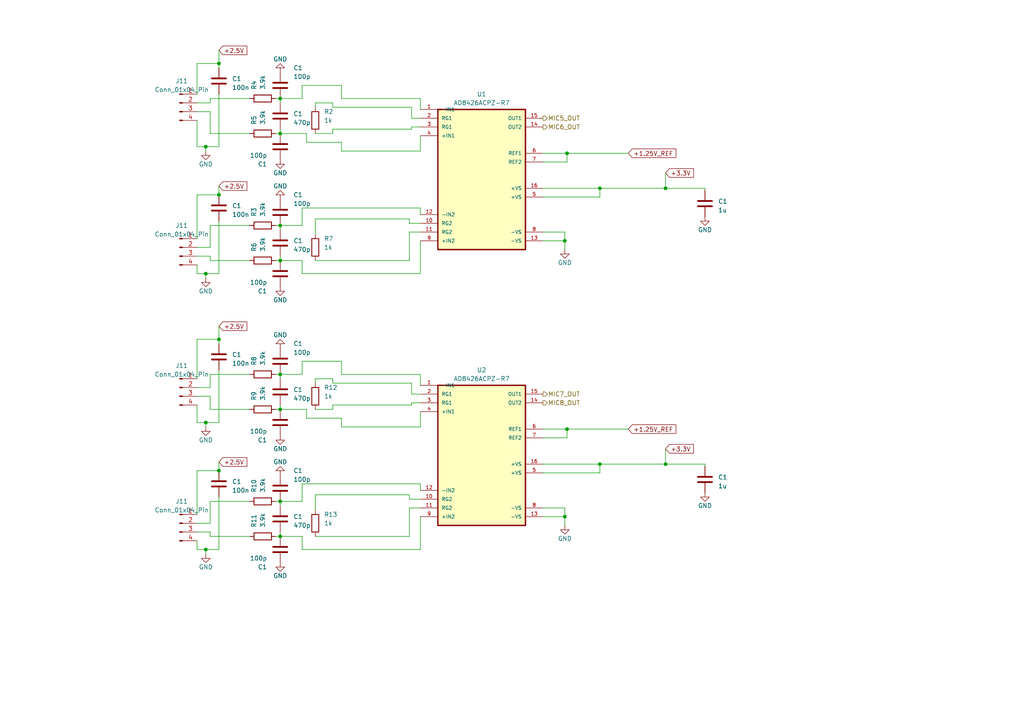
<source format=kicad_sch>
(kicad_sch (version 20230121) (generator eeschema)
  (paper "A4")
  (lib_symbols
    (symbol "AD8222ACPZ-RL:AD8222ACPZ-RL" (pin_names (offset 1.016))
      (property "Reference" "U6" (at 0 24.765 0))
      (property "Value" "AD8222ACPZ-RL" (at 0 22.225 0))
      (symbol "AD8222ACPZ-RL_0_0"
        (rectangle (start -12.7 20.32) (end 12.7 -20.32) (stroke (width 0.41)) (fill (type background)))
        (pin input line (at -17.78 20.32 0) (length 5.08) (name "-IN1") (number "1"))
        (pin bidirectional line (at -17.78 -12.7 0) (length 5.08) (name "RG2") (number "10"))
        (pin bidirectional line (at -17.78 -15.24 0) (length 5.08) (name "RG2") (number "11"))
        (pin input line (at -17.78 -10.16 0) (length 5.08) (name "-IN2") (number "12"))
        (pin bidirectional line (at 17.78 -17.78 180) (length 5.08) (name "-VS") (number "13"))
        (pin output line (at 17.78 15.24 180) (length 5.08) (name "OUT2") (number "14"))
        (pin output line (at 17.78 17.78 180) (length 5.08) (name "OUT1") (number "15"))
        (pin bidirectional line (at 17.78 -2.54 180) (length 5.08) (name "+VS") (number "16"))
        (pin bidirectional line (at -17.78 17.78 0) (length 5.08) (name "RG1") (number "2"))
        (pin bidirectional line (at -17.78 15.24 0) (length 5.08) (name "RG1") (number "3"))
        (pin input line (at -17.78 12.7 0) (length 5.08) (name "+IN1") (number "4"))
        (pin bidirectional line (at 17.78 -5.08 180) (length 5.08) (name "+VS") (number "5"))
        (pin input line (at 17.78 7.62 180) (length 5.08) (name "REF1") (number "6"))
        (pin input line (at 17.78 5.08 180) (length 5.08) (name "REF2") (number "7"))
        (pin bidirectional line (at 17.78 -15.24 180) (length 5.08) (name "-VS") (number "8"))
        (pin input line (at -17.78 -17.78 0) (length 5.08) (name "+IN2") (number "9"))
      )
    )
    (symbol "AD8222ACPZ-RL_1" (pin_names (offset 1.016))
      (property "Reference" "U5" (at 0 24.765 0))
      (property "Value" "AD8222ACPZ-RL" (at 0 22.225 0))
      (symbol "AD8222ACPZ-RL_1_0_0"
        (rectangle (start -12.7 20.32) (end 12.7 -20.32) (stroke (width 0.41)) (fill (type background)))
        (pin input line (at -17.78 20.32 0) (length 5.08) (name "-IN1") (number "1"))
        (pin bidirectional line (at -17.78 -12.7 0) (length 5.08) (name "RG2") (number "10"))
        (pin bidirectional line (at -17.78 -15.24 0) (length 5.08) (name "RG2") (number "11"))
        (pin input line (at -17.78 -10.16 0) (length 5.08) (name "-IN2") (number "12"))
        (pin bidirectional line (at 17.78 -17.78 180) (length 5.08) (name "-VS") (number "13"))
        (pin output line (at 17.78 15.24 180) (length 5.08) (name "OUT2") (number "14"))
        (pin output line (at 17.78 17.78 180) (length 5.08) (name "OUT1") (number "15"))
        (pin bidirectional line (at 17.78 -2.54 180) (length 5.08) (name "+VS") (number "16"))
        (pin bidirectional line (at -17.78 17.78 0) (length 5.08) (name "RG1") (number "2"))
        (pin bidirectional line (at -17.78 15.24 0) (length 5.08) (name "RG1") (number "3"))
        (pin input line (at -17.78 12.7 0) (length 5.08) (name "+IN1") (number "4"))
        (pin bidirectional line (at 17.78 -5.08 180) (length 5.08) (name "+VS") (number "5"))
        (pin input line (at 17.78 7.62 180) (length 5.08) (name "REF1") (number "6"))
        (pin input line (at 17.78 5.08 180) (length 5.08) (name "REF2") (number "7"))
        (pin bidirectional line (at 17.78 -15.24 180) (length 5.08) (name "-VS") (number "8"))
        (pin input line (at -17.78 -17.78 0) (length 5.08) (name "+IN2") (number "9"))
      )
    )
    (symbol "Connector:Conn_01x04_Pin" (pin_names (offset 1.016) hide)
      (property "Reference" "J" (at 0 5.08 0))
      (property "Value" "Conn_01x04_Pin" (at 0 -7.62 0))
      (symbol "Conn_01x04_Pin_1_1"
        (polyline (pts (xy 1.27 -5.08) (xy 0.8636 -5.08)) (stroke (width 0.1524)))
        (polyline (pts (xy 1.27 -2.54) (xy 0.8636 -2.54)) (stroke (width 0.1524)))
        (polyline (pts (xy 1.27 0) (xy 0.8636 0)) (stroke (width 0.1524)))
        (polyline (pts (xy 1.27 2.54) (xy 0.8636 2.54)) (stroke (width 0.1524)))
        (rectangle (start 0.8636 -4.953) (end 0 -5.207) (stroke (width 0.1524)) (fill (type outline)))
        (rectangle (start 0.8636 -2.413) (end 0 -2.667) (stroke (width 0.1524)) (fill (type outline)))
        (rectangle (start 0.8636 0.127) (end 0 -0.127) (stroke (width 0.1524)) (fill (type outline)))
        (rectangle (start 0.8636 2.667) (end 0 2.413) (stroke (width 0.1524)) (fill (type outline)))
        (pin passive line (at 5.08 2.54 180) (length 3.81) (name "Pin_1") (number "1"))
        (pin passive line (at 5.08 0 180) (length 3.81) (name "Pin_2") (number "2"))
        (pin passive line (at 5.08 -2.54 180) (length 3.81) (name "Pin_3") (number "3"))
        (pin passive line (at 5.08 -5.08 180) (length 3.81) (name "Pin_4") (number "4"))
      )
    )
    (symbol "Device:C" (pin_numbers hide) (pin_names (offset 0.254))
      (property "Reference" "C" (at 0.635 2.54 0))
      (property "Value" "C" (at 0.635 -2.54 0))
      (symbol "C_0_1"
        (polyline (pts (xy -2.032 -0.762) (xy 2.032 -0.762)) (stroke (width 0.508)))
        (polyline (pts (xy -2.032 0.762) (xy 2.032 0.762)) (stroke (width 0.508)))
      )
      (symbol "C_1_1"
        (pin passive line (at 0 3.81 270) (length 2.794) (name "~") (number "1"))
        (pin passive line (at 0 -3.81 90) (length 2.794) (name "~") (number "2"))
      )
    )
    (symbol "Device:R" (pin_numbers hide) (pin_names (offset 0))
      (property "Reference" "R" (at 2.032 0 90))
      (property "Value" "R" (at 0 0 90))
      (symbol "R_0_1"
        (rectangle (start -1.016 -2.54) (end 1.016 2.54) (stroke (width 0.254)))
      )
      (symbol "R_1_1"
        (pin passive line (at 0 3.81 270) (length 1.27) (name "~") (number "1"))
        (pin passive line (at 0 -3.81 90) (length 1.27) (name "~") (number "2"))
      )
    )
    (symbol "power:GND" (power) (pin_names (offset 0))
      (property "Value" "GND" (at 0 -3.81 0))
      (symbol "GND_0_1"
        (polyline (pts (xy 0 0) (xy 0 -1.27) (xy 1.27 -1.27) (xy 0 -2.54) (xy -1.27 -1.27) (xy 0 -1.27)))
      )
      (symbol "GND_1_1"
        (pin power_in line (at 0 0 270) (length 0) hide (name "GND") (number "1"))
      )
    )
  )
  (junction (at 164.465 124.46))
  (junction (at 173.99 54.61))
  (junction (at 59.69 42.545))
  (junction (at 63.5 18.415))
  (junction (at 63.5 56.515))
  (junction (at 173.99 134.62))
  (junction (at 59.69 122.555))
  (junction (at 63.5 98.425))
  (junction (at 81.28 108.585))
  (junction (at 81.28 75.565))
  (junction (at 163.83 69.85))
  (junction (at 193.04 134.62))
  (junction (at 81.28 65.405))
  (junction (at 81.28 28.575))
  (junction (at 81.28 118.745))
  (junction (at 81.28 145.415))
  (junction (at 193.04 54.61))
  (junction (at 59.69 159.385))
  (junction (at 81.28 38.735))
  (junction (at 59.69 79.375))
  (junction (at 63.5 136.525))
  (junction (at 164.465 44.45))
  (junction (at 163.83 149.86))
  (junction (at 81.28 155.575))
  (wire (pts (xy 91.44 109.855) (xy 91.44 111.125)))
  (wire (pts (xy 118.745 144.78) (xy 121.92 144.78)))
  (wire (pts (xy 81.28 65.405) (xy 81.28 66.675)))
  (wire (pts (xy 118.745 64.77) (xy 121.92 64.77)))
  (wire (pts (xy 63.5 122.555) (xy 59.69 122.555)))
  (wire (pts (xy 60.96 155.575) (xy 60.96 154.305)))
  (wire (pts (xy 80.01 65.405) (xy 81.28 65.405)))
  (wire (pts (xy 72.39 108.585) (xy 60.96 108.585)))
  (wire (pts (xy 157.48 44.45) (xy 164.465 44.45)))
  (wire (pts (xy 121.92 159.385) (xy 121.92 149.86)))
  (wire (pts (xy 119.38 114.3) (xy 121.92 114.3)))
  (wire (pts (xy 60.96 28.575) (xy 60.96 29.845)))
  (wire (pts (xy 157.48 149.86) (xy 163.83 149.86)))
  (wire (pts (xy 81.28 28.575) (xy 81.28 29.845)))
  (wire (pts (xy 157.48 137.16) (xy 173.99 137.16)))
  (wire (pts (xy 57.15 136.525) (xy 63.5 136.525)))
  (wire (pts (xy 88.9 118.745) (xy 81.28 118.745)))
  (wire (pts (xy 87.63 79.375) (xy 121.92 79.375)))
  (wire (pts (xy 57.15 114.935) (xy 60.96 114.935)))
  (wire (pts (xy 173.99 137.16) (xy 173.99 134.62)))
  (wire (pts (xy 59.69 42.545) (xy 59.69 43.815)))
  (wire (pts (xy 163.83 149.86) (xy 163.83 152.4)))
  (wire (pts (xy 63.5 27.305) (xy 63.5 42.545)))
  (wire (pts (xy 81.28 65.405) (xy 87.63 65.405)))
  (wire (pts (xy 96.52 37.465) (xy 119.38 37.465)))
  (wire (pts (xy 63.5 19.685) (xy 63.5 18.415)))
  (wire (pts (xy 91.44 155.575) (xy 118.745 155.575)))
  (wire (pts (xy 81.28 75.565) (xy 80.01 75.565)))
  (wire (pts (xy 57.15 98.425) (xy 63.5 98.425)))
  (wire (pts (xy 87.63 140.335) (xy 87.63 145.415)))
  (wire (pts (xy 157.48 147.32) (xy 163.83 147.32)))
  (wire (pts (xy 91.44 63.5) (xy 118.745 63.5)))
  (wire (pts (xy 96.52 29.845) (xy 91.44 29.845)))
  (wire (pts (xy 99.06 121.285) (xy 99.06 123.825)))
  (wire (pts (xy 157.48 134.62) (xy 173.99 134.62)))
  (wire (pts (xy 63.5 159.385) (xy 59.69 159.385)))
  (wire (pts (xy 88.9 121.285) (xy 99.06 121.285)))
  (wire (pts (xy 57.15 27.305) (xy 57.15 18.415)))
  (wire (pts (xy 57.15 156.845) (xy 57.15 159.385)))
  (wire (pts (xy 118.745 147.32) (xy 121.92 147.32)))
  (wire (pts (xy 87.63 104.775) (xy 87.63 108.585)))
  (wire (pts (xy 81.28 75.565) (xy 87.63 75.565)))
  (wire (pts (xy 87.63 24.765) (xy 87.63 28.575)))
  (wire (pts (xy 57.15 159.385) (xy 59.69 159.385)))
  (wire (pts (xy 57.15 79.375) (xy 59.69 79.375)))
  (wire (pts (xy 121.92 28.575) (xy 121.92 31.75)))
  (wire (pts (xy 157.48 127) (xy 164.465 127)))
  (wire (pts (xy 96.52 109.855) (xy 91.44 109.855)))
  (wire (pts (xy 57.15 112.395) (xy 60.96 112.395)))
  (wire (pts (xy 157.48 124.46) (xy 164.465 124.46)))
  (wire (pts (xy 119.38 111.125) (xy 119.38 114.3)))
  (wire (pts (xy 99.06 104.775) (xy 87.63 104.775)))
  (wire (pts (xy 96.52 117.475) (xy 96.52 118.745)))
  (wire (pts (xy 81.28 154.305) (xy 81.28 155.575)))
  (wire (pts (xy 81.28 155.575) (xy 87.63 155.575)))
  (wire (pts (xy 99.06 24.765) (xy 87.63 24.765)))
  (wire (pts (xy 96.52 111.125) (xy 119.38 111.125)))
  (wire (pts (xy 81.28 37.465) (xy 81.28 38.735)))
  (wire (pts (xy 57.15 18.415) (xy 63.5 18.415)))
  (wire (pts (xy 57.15 76.835) (xy 57.15 79.375)))
  (wire (pts (xy 163.83 67.31) (xy 163.83 69.85)))
  (wire (pts (xy 87.63 79.375) (xy 87.63 75.565)))
  (wire (pts (xy 157.48 67.31) (xy 163.83 67.31)))
  (wire (pts (xy 88.9 38.735) (xy 81.28 38.735)))
  (wire (pts (xy 87.63 140.335) (xy 121.92 140.335)))
  (wire (pts (xy 72.39 38.735) (xy 60.96 38.735)))
  (wire (pts (xy 63.5 107.315) (xy 63.5 122.555)))
  (wire (pts (xy 91.44 75.565) (xy 118.745 75.565)))
  (wire (pts (xy 57.15 154.305) (xy 60.96 154.305)))
  (wire (pts (xy 87.63 108.585) (xy 81.28 108.585)))
  (wire (pts (xy 99.06 108.585) (xy 99.06 104.775)))
  (wire (pts (xy 119.38 116.84) (xy 121.92 116.84)))
  (wire (pts (xy 57.15 29.845) (xy 60.96 29.845)))
  (wire (pts (xy 99.06 108.585) (xy 121.92 108.585)))
  (wire (pts (xy 96.52 117.475) (xy 119.38 117.475)))
  (wire (pts (xy 88.9 41.275) (xy 99.06 41.275)))
  (wire (pts (xy 63.5 53.975) (xy 63.5 56.515)))
  (wire (pts (xy 63.5 144.145) (xy 63.5 159.385)))
  (wire (pts (xy 91.44 63.5) (xy 91.44 67.945)))
  (wire (pts (xy 157.48 54.61) (xy 173.99 54.61)))
  (wire (pts (xy 121.92 123.825) (xy 121.92 119.38)))
  (wire (pts (xy 87.63 60.325) (xy 121.92 60.325)))
  (wire (pts (xy 72.39 155.575) (xy 60.96 155.575)))
  (wire (pts (xy 63.5 64.135) (xy 63.5 79.375)))
  (wire (pts (xy 60.96 75.565) (xy 60.96 74.295)))
  (wire (pts (xy 87.63 159.385) (xy 87.63 155.575)))
  (wire (pts (xy 163.83 69.85) (xy 163.83 72.39)))
  (wire (pts (xy 81.28 118.745) (xy 80.01 118.745)))
  (wire (pts (xy 81.28 155.575) (xy 80.01 155.575)))
  (wire (pts (xy 118.745 155.575) (xy 118.745 147.32)))
  (wire (pts (xy 57.15 56.515) (xy 57.15 69.215)))
  (wire (pts (xy 99.06 123.825) (xy 121.92 123.825)))
  (wire (pts (xy 91.44 29.845) (xy 91.44 31.115)))
  (wire (pts (xy 118.745 63.5) (xy 118.745 64.77)))
  (wire (pts (xy 96.52 31.115) (xy 119.38 31.115)))
  (wire (pts (xy 88.9 41.275) (xy 88.9 38.735)))
  (wire (pts (xy 87.63 28.575) (xy 81.28 28.575)))
  (wire (pts (xy 81.28 74.295) (xy 81.28 75.565)))
  (wire (pts (xy 173.99 54.61) (xy 193.04 54.61)))
  (wire (pts (xy 57.15 151.765) (xy 60.96 151.765)))
  (wire (pts (xy 63.5 14.605) (xy 63.5 18.415)))
  (wire (pts (xy 59.69 122.555) (xy 59.69 123.825)))
  (wire (pts (xy 91.44 143.51) (xy 91.44 147.955)))
  (wire (pts (xy 164.465 44.45) (xy 164.465 46.99)))
  (wire (pts (xy 60.96 118.745) (xy 60.96 114.935)))
  (wire (pts (xy 193.04 130.175) (xy 193.04 134.62)))
  (wire (pts (xy 173.99 54.61) (xy 173.99 57.15)))
  (wire (pts (xy 157.48 46.99) (xy 164.465 46.99)))
  (wire (pts (xy 63.5 94.615) (xy 63.5 98.425)))
  (wire (pts (xy 96.52 111.125) (xy 96.52 109.855)))
  (wire (pts (xy 59.69 159.385) (xy 59.69 160.655)))
  (wire (pts (xy 91.44 143.51) (xy 118.745 143.51)))
  (wire (pts (xy 88.9 121.285) (xy 88.9 118.745)))
  (wire (pts (xy 121.92 140.335) (xy 121.92 142.24)))
  (wire (pts (xy 121.92 60.325) (xy 121.92 62.23)))
  (wire (pts (xy 57.15 98.425) (xy 57.15 109.855)))
  (wire (pts (xy 96.52 118.745) (xy 91.44 118.745)))
  (wire (pts (xy 193.04 134.62) (xy 204.47 134.62)))
  (wire (pts (xy 63.5 99.695) (xy 63.5 98.425)))
  (wire (pts (xy 80.01 108.585) (xy 81.28 108.585)))
  (wire (pts (xy 118.745 75.565) (xy 118.745 67.31)))
  (wire (pts (xy 60.96 38.735) (xy 60.96 32.385)))
  (wire (pts (xy 157.48 69.85) (xy 163.83 69.85)))
  (wire (pts (xy 72.39 145.415) (xy 60.96 145.415)))
  (wire (pts (xy 99.06 28.575) (xy 99.06 24.765)))
  (wire (pts (xy 57.15 122.555) (xy 59.69 122.555)))
  (wire (pts (xy 63.5 42.545) (xy 59.69 42.545)))
  (wire (pts (xy 118.745 67.31) (xy 121.92 67.31)))
  (wire (pts (xy 204.47 134.62) (xy 204.47 135.255)))
  (wire (pts (xy 57.15 117.475) (xy 57.15 122.555)))
  (wire (pts (xy 121.92 43.815) (xy 121.92 39.37)))
  (wire (pts (xy 121.92 108.585) (xy 121.92 111.76)))
  (wire (pts (xy 164.465 44.45) (xy 182.245 44.45)))
  (wire (pts (xy 119.38 34.29) (xy 121.92 34.29)))
  (wire (pts (xy 72.39 65.405) (xy 60.96 65.405)))
  (wire (pts (xy 193.04 50.165) (xy 193.04 54.61)))
  (wire (pts (xy 157.48 57.15) (xy 173.99 57.15)))
  (wire (pts (xy 121.92 79.375) (xy 121.92 69.85)))
  (wire (pts (xy 57.15 71.755) (xy 60.96 71.755)))
  (wire (pts (xy 87.63 60.325) (xy 87.63 65.405)))
  (wire (pts (xy 63.5 79.375) (xy 59.69 79.375)))
  (wire (pts (xy 72.39 118.745) (xy 60.96 118.745)))
  (wire (pts (xy 81.28 145.415) (xy 81.28 146.685)))
  (wire (pts (xy 72.39 28.575) (xy 60.96 28.575)))
  (wire (pts (xy 204.47 54.61) (xy 204.47 55.245)))
  (wire (pts (xy 99.06 43.815) (xy 121.92 43.815)))
  (wire (pts (xy 60.96 145.415) (xy 60.96 151.765)))
  (wire (pts (xy 81.28 117.475) (xy 81.28 118.745)))
  (wire (pts (xy 60.96 108.585) (xy 60.96 112.395)))
  (wire (pts (xy 81.28 38.735) (xy 80.01 38.735)))
  (wire (pts (xy 96.52 37.465) (xy 96.52 38.735)))
  (wire (pts (xy 119.38 31.115) (xy 119.38 34.29)))
  (wire (pts (xy 80.01 28.575) (xy 81.28 28.575)))
  (wire (pts (xy 72.39 75.565) (xy 60.96 75.565)))
  (wire (pts (xy 57.15 74.295) (xy 60.96 74.295)))
  (wire (pts (xy 63.5 133.985) (xy 63.5 136.525)))
  (wire (pts (xy 99.06 41.275) (xy 99.06 43.815)))
  (wire (pts (xy 57.15 56.515) (xy 63.5 56.515)))
  (wire (pts (xy 59.69 79.375) (xy 59.69 80.645)))
  (wire (pts (xy 96.52 31.115) (xy 96.52 29.845)))
  (wire (pts (xy 80.01 145.415) (xy 81.28 145.415)))
  (wire (pts (xy 87.63 159.385) (xy 121.92 159.385)))
  (wire (pts (xy 164.465 124.46) (xy 182.245 124.46)))
  (wire (pts (xy 163.83 147.32) (xy 163.83 149.86)))
  (wire (pts (xy 81.28 108.585) (xy 81.28 109.855)))
  (wire (pts (xy 57.15 42.545) (xy 59.69 42.545)))
  (wire (pts (xy 119.38 37.465) (xy 119.38 36.83)))
  (wire (pts (xy 96.52 38.735) (xy 91.44 38.735)))
  (wire (pts (xy 57.15 34.925) (xy 57.15 42.545)))
  (wire (pts (xy 81.28 145.415) (xy 87.63 145.415)))
  (wire (pts (xy 57.15 32.385) (xy 60.96 32.385)))
  (wire (pts (xy 99.06 28.575) (xy 121.92 28.575)))
  (wire (pts (xy 193.04 54.61) (xy 204.47 54.61)))
  (wire (pts (xy 119.38 36.83) (xy 121.92 36.83)))
  (wire (pts (xy 118.745 143.51) (xy 118.745 144.78)))
  (wire (pts (xy 164.465 124.46) (xy 164.465 127)))
  (wire (pts (xy 57.15 136.525) (xy 57.15 149.225)))
  (wire (pts (xy 60.96 65.405) (xy 60.96 71.755)))
  (wire (pts (xy 173.99 134.62) (xy 193.04 134.62)))
  (wire (pts (xy 119.38 117.475) (xy 119.38 116.84)))
  (global_label "+3.3V" (shape input) (at 193.04 130.175 0) (property "Intersheetrefs" "${INTERSHEET_REFS}" (effects hide)))
  (global_label "+2.5V" (shape input) (at 63.5 94.615 0) (property "Intersheetrefs" "${INTERSHEET_REFS}" (effects hide)))
  (global_label "+2.5V" (shape input) (at 63.5 133.985 0) (property "Intersheetrefs" "${INTERSHEET_REFS}" (effects hide)))
  (global_label "+1.25V_REF" (shape input) (at 182.245 44.45 0) (property "Intersheetrefs" "${INTERSHEET_REFS}" (effects hide)))
  (global_label "+2.5V" (shape input) (at 63.5 14.605 0) (property "Intersheetrefs" "${INTERSHEET_REFS}" (effects hide)))
  (global_label "+1.25V_REF" (shape input) (at 182.245 124.46 0) (property "Intersheetrefs" "${INTERSHEET_REFS}" (effects hide)))
  (global_label "+2.5V" (shape input) (at 63.5 53.975 0) (property "Intersheetrefs" "${INTERSHEET_REFS}" (effects hide)))
  (global_label "+3.3V" (shape input) (at 193.04 50.165 0) (property "Intersheetrefs" "${INTERSHEET_REFS}" (effects hide)))
  (hierarchical_label "MIC7_OUT" (shape output) (at 157.48 114.3 0))
  (hierarchical_label "MIC8_OUT" (shape output) (at 157.48 116.84 0))
  (hierarchical_label "MIC6_OUT" (shape output) (at 157.48 36.83 0))
  (hierarchical_label "MIC5_OUT" (shape output) (at 157.48 34.29 0))
  (symbol (lib_id "Connector:Conn_01x04_Pin") (at 52.07 29.845 0) (unit 1)
    (property "Reference" "J11" (at 52.705 23.495 0))
    (property "Value" "Conn_01x04_Pin" (at 52.705 26.035 0))
    (property "Footprint" "Connector_PinSocket_2.54mm:PinSocket_1x04_P2.54mm_Vertical" (effects hide))
    (instances (project "Ultrasound shield" (path "" (reference "J11") (unit 1)) (path "" (reference "J9") (unit 1))))
  )
  (symbol (lib_id "power:GND") (at 163.83 72.39 0) (unit 1)
    (property "Reference" "#PWR04" (effects hide))
    (property "Value" "GND" (at 163.83 76.2 0))
    (instances (project "Ultrasound shield" (path "" (reference "#PWR04") (unit 1)) (path "" (reference "#PWR010") (unit 1)) (path "" (reference "#PWR052") (unit 1))))
  )
  (symbol (lib_id "Device:C") (at 63.5 103.505 0) (unit 1)
    (property "Reference" "C1" (at 67.31 102.87 0) (effects (justify left)))
    (property "Value" "100n" (at 67.31 105.41 0) (effects (justify left)))
    (property "Footprint" "Capacitor_SMD:C_0805_2012Metric" (effects hide))
    (instances (project "Ultrasound shield" (path "" (reference "C1") (unit 1)) (path "" (reference "C1") (unit 1)) (path "" (reference "C41") (unit 1))))
  )
  (symbol (lib_id "Device:C") (at 81.28 79.375 180) (unit 1)
    (property "Reference" "C1" (at 77.47 84.455 0) (effects (justify left)))
    (property "Value" "100p" (at 77.47 81.915 0) (effects (justify left)))
    (property "Footprint" "Capacitor_SMD:C_0805_2012Metric" (effects hide))
    (instances (project "Ultrasound shield" (path "" (reference "C1") (unit 1)) (path "" (reference "C29") (unit 1)) (path "" (reference "C49") (unit 1))))
  )
  (symbol (lib_id "Device:C") (at 81.28 70.485 0) (unit 1)
    (property "Reference" "C1" (at 85.09 69.85 0) (effects (justify left)))
    (property "Value" "470p" (at 85.09 72.39 0) (effects (justify left)))
    (property "Footprint" "Capacitor_SMD:C_0805_2012Metric" (effects hide))
    (instances (project "Ultrasound shield" (path "" (reference "C1") (unit 1)) (path "" (reference "C12") (unit 1)) (path "" (reference "C48") (unit 1))))
  )
  (symbol (lib_id "power:GND") (at 163.83 152.4 0) (unit 1)
    (property "Reference" "#PWR04" (effects hide))
    (property "Value" "GND" (at 163.83 156.21 0))
    (instances (project "Ultrasound shield" (path "" (reference "#PWR04") (unit 1)) (path "" (reference "#PWR022") (unit 1)) (path "" (reference "#PWR053") (unit 1))))
  )
  (symbol (lib_id "power:GND") (at 81.28 57.785 180) (unit 1)
    (property "Reference" "#PWR04" (effects hide))
    (property "Value" "GND" (at 81.28 53.975 0))
    (instances (project "Ultrasound shield" (path "" (reference "#PWR04") (unit 1)) (path "" (reference "#PWR016") (unit 1)) (path "" (reference "#PWR046") (unit 1))))
  )
  (symbol (lib_id "AD8222ACPZ-RL:AD8222ACPZ-RL") (at 139.7 132.08 0) (unit 1)
    (property "Reference" "U2" (at 139.7 107.315 0))
    (property "Value" "AD8426ACPZ-R7" (at 139.7 109.855 0))
    (property "Footprint" "AD8426:QFN65P400X400X100-16N" (effects hide))
    (instances (project "Ultrasound shield" (path "" (reference "U2") (unit 1)) (path "" (reference "U6") (unit 1))))
  )
  (symbol (lib_id "Device:C") (at 204.47 139.065 0) (unit 1)
    (property "Reference" "C1" (at 208.28 138.43 0) (effects (justify left)))
    (property "Value" "1u" (at 208.28 140.97 0) (effects (justify left)))
    (property "Footprint" "Capacitor_SMD:C_0805_2012Metric" (effects hide))
    (instances (project "Ultrasound shield" (path "" (reference "C1") (unit 1)) (path "" (reference "C20") (unit 1)) (path "" (reference "C62") (unit 1))))
  )
  (symbol (lib_id "Connector:Conn_01x04_Pin") (at 52.07 151.765 0) (unit 1)
    (property "Reference" "J11" (at 52.705 145.415 0))
    (property "Value" "Conn_01x04_Pin" (at 52.705 147.955 0))
    (property "Footprint" "Connector_PinSocket_2.54mm:PinSocket_1x04_P2.54mm_Vertical" (effects hide))
    (instances (project "Ultrasound shield" (path "" (reference "J11") (unit 1)) (path "" (reference "J20") (unit 1))))
  )
  (symbol (lib_id "Device:R") (at 76.2 155.575 90) (unit 1)
    (property "Reference" "R11" (at 73.66 153.035 0) (effects (justify left)))
    (property "Value" "3.9k" (at 76.2 153.035 0) (effects (justify left)))
    (property "Footprint" "Resistor_SMD:R_0805_2012Metric" (effects hide))
    (instances (project "Ultrasound shield" (path "" (reference "R11") (unit 1)) (path "" (reference "R31") (unit 1))))
  )
  (symbol (lib_id "Device:C") (at 81.28 113.665 0) (unit 1)
    (property "Reference" "C1" (at 85.09 113.03 0) (effects (justify left)))
    (property "Value" "470p" (at 85.09 115.57 0) (effects (justify left)))
    (property "Footprint" "Capacitor_SMD:C_0805_2012Metric" (effects hide))
    (instances (project "Ultrasound shield" (path "" (reference "C1") (unit 1)) (path "" (reference "C6") (unit 1)) (path "" (reference "C51") (unit 1))))
  )
  (symbol (lib_id "Device:R") (at 91.44 34.925 0) (unit 1)
    (property "Reference" "R2" (at 93.98 32.385 0) (effects (justify left)))
    (property "Value" "1k" (at 93.98 34.925 0) (effects (justify left)))
    (property "Footprint" "Resistor_SMD:R_0805_2012Metric" (effects hide))
    (instances (project "Ultrasound shield" (path "" (reference "R2") (unit 1)) (path "" (reference "R32") (unit 1))))
  )
  (symbol (lib_id "Device:C") (at 81.28 33.655 0) (unit 1)
    (property "Reference" "C1" (at 85.09 33.02 0) (effects (justify left)))
    (property "Value" "470p" (at 85.09 35.56 0) (effects (justify left)))
    (property "Footprint" "Capacitor_SMD:C_0805_2012Metric" (effects hide))
    (instances (project "Ultrasound shield" (path "" (reference "C1") (unit 1)) (path "" (reference "C13") (unit 1)) (path "" (reference "C45") (unit 1))))
  )
  (symbol (lib_id "Device:C") (at 63.5 23.495 0) (unit 1)
    (property "Reference" "C1" (at 67.31 22.86 0) (effects (justify left)))
    (property "Value" "100n" (at 67.31 25.4 0) (effects (justify left)))
    (property "Footprint" "Capacitor_SMD:C_0805_2012Metric" (effects hide))
    (instances (project "Ultrasound shield" (path "" (reference "C1") (unit 1)) (path "" (reference "C10") (unit 1)) (path "" (reference "C33") (unit 1))))
  )
  (symbol (lib_id "power:GND") (at 204.47 142.875 0) (unit 1)
    (property "Reference" "#PWR04" (effects hide))
    (property "Value" "GND" (at 204.47 146.685 0))
    (instances (project "Ultrasound shield" (path "" (reference "#PWR04") (unit 1)) (path "" (reference "#PWR024") (unit 1)) (path "" (reference "#PWR057") (unit 1))))
  )
  (symbol (lib_id "power:GND") (at 81.28 100.965 180) (unit 1)
    (property "Reference" "#PWR04" (effects hide))
    (property "Value" "GND" (at 81.28 97.155 0))
    (instances (project "Ultrasound shield" (path "" (reference "#PWR04") (unit 1)) (path "" (reference "#PWR09") (unit 1)) (path "" (reference "#PWR048") (unit 1))))
  )
  (symbol (lib_id "Connector:Conn_01x04_Pin") (at 52.07 71.755 0) (unit 1)
    (property "Reference" "J11" (at 52.705 65.405 0))
    (property "Value" "Conn_01x04_Pin" (at 52.705 67.945 0))
    (property "Footprint" "Connector_PinSocket_2.54mm:PinSocket_1x04_P2.54mm_Vertical" (effects hide))
  )
  (symbol (lib_id "power:GND") (at 81.28 163.195 0) (unit 1)
    (property "Reference" "#PWR04" (effects hide))
    (property "Value" "GND" (at 81.28 167.005 0))
    (instances (project "Ultrasound shield" (path "" (reference "#PWR04") (unit 1)) (path "" (reference "#PWR019") (unit 1)) (path "" (reference "#PWR051") (unit 1))))
  )
  (symbol (lib_id "Device:C") (at 81.28 122.555 180) (unit 1)
    (property "Reference" "C1" (at 77.47 127.635 0) (effects (justify left)))
    (property "Value" "100p" (at 77.47 125.095 0) (effects (justify left)))
    (property "Footprint" "Capacitor_SMD:C_0805_2012Metric" (effects hide))
    (instances (project "Ultrasound shield" (path "" (reference "C1") (unit 1)) (path "" (reference "C9") (unit 1)) (path "" (reference "C52") (unit 1))))
  )
  (symbol (lib_id "Device:R") (at 76.2 108.585 90) (unit 1)
    (property "Reference" "R8" (at 73.66 106.045 0) (effects (justify left)))
    (property "Value" "3.9k" (at 76.2 106.045 0) (effects (justify left)))
    (property "Footprint" "Resistor_SMD:R_0805_2012Metric" (effects hide))
    (instances (project "Ultrasound shield" (path "" (reference "R8") (unit 1)) (path "" (reference "R28") (unit 1))))
  )
  (symbol (lib_id "Device:R") (at 76.2 145.415 90) (unit 1)
    (property "Reference" "R10" (at 73.66 142.875 0) (effects (justify left)))
    (property "Value" "3.9k" (at 76.2 142.875 0) (effects (justify left)))
    (property "Footprint" "Resistor_SMD:R_0805_2012Metric" (effects hide))
    (instances (project "Ultrasound shield" (path "" (reference "R10") (unit 1)) (path "" (reference "R30") (unit 1))))
  )
  (symbol (lib_id "power:GND") (at 81.28 20.955 180) (unit 1)
    (property "Reference" "#PWR04" (effects hide))
    (property "Value" "GND" (at 81.28 17.145 0))
    (instances (project "Ultrasound shield" (path "" (reference "#PWR04") (unit 1)) (path "" (reference "#PWR014") (unit 1)) (path "" (reference "#PWR034") (unit 1))))
  )
  (symbol (lib_id "power:GND") (at 81.28 137.795 180) (unit 1)
    (property "Reference" "#PWR04" (effects hide))
    (property "Value" "GND" (at 81.28 133.985 0))
    (instances (project "Ultrasound shield" (path "" (reference "#PWR04") (unit 1)) (path "" (reference "#PWR018") (unit 1)) (path "" (reference "#PWR050") (unit 1))))
  )
  (symbol (lib_id "Device:C") (at 81.28 150.495 0) (unit 1)
    (property "Reference" "C1" (at 85.09 149.86 0) (effects (justify left)))
    (property "Value" "470p" (at 85.09 152.4 0) (effects (justify left)))
    (property "Footprint" "Capacitor_SMD:C_0805_2012Metric" (effects hide))
    (instances (project "Ultrasound shield" (path "" (reference "C1") (unit 1)) (path "" (reference "C17") (unit 1)) (path "" (reference "C54") (unit 1))))
  )
  (symbol (lib_id "Device:C") (at 81.28 104.775 0) (unit 1)
    (property "Reference" "C1" (at 85.09 99.695 0) (effects (justify left)))
    (property "Value" "100p" (at 85.09 102.235 0) (effects (justify left)))
    (property "Footprint" "Capacitor_SMD:C_0805_2012Metric" (effects hide))
    (instances (project "Ultrasound shield" (path "" (reference "C1") (unit 1)) (path "" (reference "C5") (unit 1)) (path "" (reference "C50") (unit 1))))
  )
  (symbol (lib_id "Device:R") (at 76.2 38.735 90) (unit 1)
    (property "Reference" "R5" (at 73.66 36.195 0) (effects (justify left)))
    (property "Value" "3.9k" (at 76.2 36.195 0) (effects (justify left)))
    (property "Footprint" "Resistor_SMD:R_0805_2012Metric" (effects hide))
    (instances (project "Ultrasound shield" (path "" (reference "R5") (unit 1)) (path "" (reference "R24") (unit 1))))
  )
  (symbol (lib_id "Device:C") (at 81.28 141.605 0) (unit 1)
    (property "Reference" "C1" (at 85.09 136.525 0) (effects (justify left)))
    (property "Value" "100p" (at 85.09 139.065 0) (effects (justify left)))
    (property "Footprint" "Capacitor_SMD:C_0805_2012Metric" (effects hide))
    (instances (project "Ultrasound shield" (path "" (reference "C1") (unit 1)) (path "" (reference "C16") (unit 1)) (path "" (reference "C53") (unit 1))))
  )
  (symbol (lib_id "power:GND") (at 59.69 43.815 0) (unit 1)
    (property "Reference" "#PWR04" (effects hide))
    (property "Value" "GND" (at 59.69 47.625 0))
    (instances (project "Ultrasound shield" (path "" (reference "#PWR04") (unit 1)) (path "" (reference "#PWR011") (unit 1)) (path "" (reference "#PWR026") (unit 1))))
  )
  (symbol (lib_id "power:GND") (at 59.69 80.645 0) (unit 1)
    (property "Reference" "#PWR04" (effects hide))
    (property "Value" "GND" (at 59.69 84.455 0))
    (instances (project "Ultrasound shield" (path "" (reference "#PWR04") (unit 1)) (path "" (reference "#PWR012") (unit 1)) (path "" (reference "#PWR029") (unit 1))))
  )
  (symbol (lib_id "Connector:Conn_01x04_Pin") (at 52.07 112.395 0) (unit 1)
    (property "Reference" "J11" (at 52.705 106.045 0))
    (property "Value" "Conn_01x04_Pin" (at 52.705 108.585 0))
    (property "Footprint" "Connector_PinSocket_2.54mm:PinSocket_1x04_P2.54mm_Vertical" (effects hide))
    (instances (project "Ultrasound shield" (path "" (reference "J11") (unit 1)) (path "" (reference "J12") (unit 1))))
  )
  (symbol (lib_id "Device:R") (at 91.44 114.935 0) (unit 1)
    (property "Reference" "R12" (at 93.98 112.395 0) (effects (justify left)))
    (property "Value" "1k" (at 93.98 114.935 0) (effects (justify left)))
    (property "Footprint" "Resistor_SMD:R_0805_2012Metric" (effects hide))
    (instances (project "Ultrasound shield" (path "" (reference "R12") (unit 1)) (path "" (reference "R34") (unit 1))))
  )
  (symbol (lib_id "power:GND") (at 59.69 160.655 0) (unit 1)
    (property "Reference" "#PWR04" (effects hide))
    (property "Value" "GND" (at 59.69 164.465 0))
    (instances (project "Ultrasound shield" (path "" (reference "#PWR04") (unit 1)) (path "" (reference "#PWR06") (unit 1)) (path "" (reference "#PWR032") (unit 1))))
  )
  (symbol (lib_id "Device:C") (at 204.47 59.055 0) (unit 1)
    (property "Reference" "C1" (at 208.28 58.42 0) (effects (justify left)))
    (property "Value" "1u" (at 208.28 60.96 0) (effects (justify left)))
    (property "Footprint" "Capacitor_SMD:C_0805_2012Metric" (effects hide))
    (instances (project "Ultrasound shield" (path "" (reference "C1") (unit 1)) (path "" (reference "C14") (unit 1)) (path "" (reference "C61") (unit 1))))
  )
  (symbol (lib_id "power:GND") (at 81.28 83.185 0) (unit 1)
    (property "Reference" "#PWR04" (effects hide))
    (property "Value" "GND" (at 81.28 86.995 0))
    (instances (project "Ultrasound shield" (path "" (reference "#PWR04") (unit 1)) (path "" (reference "#PWR017") (unit 1)) (path "" (reference "#PWR047") (unit 1))))
  )
  (symbol (lib_id "Device:C") (at 81.28 24.765 0) (unit 1)
    (property "Reference" "C1" (at 85.09 19.685 0) (effects (justify left)))
    (property "Value" "100p" (at 85.09 22.225 0) (effects (justify left)))
    (property "Footprint" "Capacitor_SMD:C_0805_2012Metric" (effects hide))
    (instances (project "Ultrasound shield" (path "" (reference "C1") (unit 1)) (path "" (reference "C30") (unit 1)) (path "" (reference "C44") (unit 1))))
  )
  (symbol (lib_id "power:GND") (at 81.28 126.365 0) (unit 1)
    (property "Reference" "#PWR04" (effects hide))
    (property "Value" "GND" (at 81.28 130.175 0))
    (instances (project "Ultrasound shield" (path "" (reference "#PWR04") (unit 1)) (path "" (reference "#PWR013") (unit 1)) (path "" (reference "#PWR049") (unit 1))))
  )
  (symbol (lib_id "Device:R") (at 76.2 65.405 90) (unit 1)
    (property "Reference" "R3" (at 73.66 62.865 0) (effects (justify left)))
    (property "Value" "3.9k" (at 76.2 62.865 0) (effects (justify left)))
    (property "Footprint" "Resistor_SMD:R_0805_2012Metric" (effects hide))
    (instances (project "Ultrasound shield" (path "" (reference "R3") (unit 1)) (path "" (reference "R26") (unit 1))))
  )
  (symbol (lib_id "Device:R") (at 91.44 71.755 0) (unit 1)
    (property "Reference" "R7" (at 93.98 69.215 0) (effects (justify left)))
    (property "Value" "1k" (at 93.98 71.755 0) (effects (justify left)))
    (property "Footprint" "Resistor_SMD:R_0805_2012Metric" (effects hide))
    (instances (project "Ultrasound shield" (path "" (reference "R7") (unit 1)) (path "" (reference "R33") (unit 1))))
  )
  (symbol (lib_id "Device:C") (at 63.5 140.335 0) (unit 1)
    (property "Reference" "C1" (at 67.31 139.7 0) (effects (justify left)))
    (property "Value" "100n" (at 67.31 142.24 0) (effects (justify left)))
    (property "Footprint" "Capacitor_SMD:C_0805_2012Metric" (effects hide))
    (instances (project "Ultrasound shield" (path "" (reference "C1") (unit 1)) (path "" (reference "C2") (unit 1)) (path "" (reference "C42") (unit 1))))
  )
  (symbol (lib_id "power:GND") (at 204.47 62.865 0) (unit 1)
    (property "Reference" "#PWR04" (effects hide))
    (property "Value" "GND" (at 204.47 66.675 0))
    (instances (project "Ultrasound shield" (path "" (reference "#PWR04") (unit 1)) (path "" (reference "#PWR020") (unit 1)) (path "" (reference "#PWR056") (unit 1))))
  )
  (symbol (lib_id "Device:R") (at 76.2 28.575 90) (unit 1)
    (property "Reference" "R4" (at 73.66 26.035 0) (effects (justify left)))
    (property "Value" "3.9k" (at 76.2 26.035 0) (effects (justify left)))
    (property "Footprint" "Resistor_SMD:R_0805_2012Metric" (effects hide))
    (instances (project "Ultrasound shield" (path "" (reference "R4") (unit 1)) (path "" (reference "R23") (unit 1))))
  )
  (symbol (lib_id "Device:C") (at 81.28 159.385 180) (unit 1)
    (property "Reference" "C1" (at 77.47 164.465 0) (effects (justify left)))
    (property "Value" "100p" (at 77.47 161.925 0) (effects (justify left)))
    (property "Footprint" "Capacitor_SMD:C_0805_2012Metric" (effects hide))
    (instances (project "Ultrasound shield" (path "" (reference "C1") (unit 1)) (path "" (reference "C18") (unit 1)) (path "" (reference "C58") (unit 1))))
  )
  (symbol (lib_id "Device:C") (at 63.5 60.325 0) (unit 1)
    (property "Reference" "C1" (at 67.31 59.69 0) (effects (justify left)))
    (property "Value" "100n" (at 67.31 62.23 0) (effects (justify left)))
    (property "Footprint" "Capacitor_SMD:C_0805_2012Metric" (effects hide))
    (instances (project "Ultrasound shield" (path "" (reference "C1") (unit 1)) (path "" (reference "C11") (unit 1)) (path "" (reference "C40") (unit 1))))
  )
  (symbol (lib_id "power:GND") (at 81.28 46.355 0) (unit 1)
    (property "Reference" "#PWR04" (effects hide))
    (property "Value" "GND" (at 81.28 50.165 0))
    (instances (project "Ultrasound shield" (path "" (reference "#PWR04") (unit 1)) (path "" (reference "#PWR015") (unit 1)) (path "" (reference "#PWR035") (unit 1))))
  )
  (symbol (lib_id "Device:C") (at 81.28 42.545 180) (unit 1)
    (property "Reference" "C1" (at 77.47 47.625 0) (effects (justify left)))
    (property "Value" "100p" (at 77.47 45.085 0) (effects (justify left)))
    (property "Footprint" "Capacitor_SMD:C_0805_2012Metric" (effects hide))
    (instances (project "Ultrasound shield" (path "" (reference "C1") (unit 1)) (path "" (reference "C31") (unit 1)) (path "" (reference "C46") (unit 1))))
  )
  (symbol (lib_id "Device:C") (at 81.28 61.595 0) (unit 1)
    (property "Reference" "C1" (at 85.09 56.515 0) (effects (justify left)))
    (property "Value" "100p" (at 85.09 59.055 0) (effects (justify left)))
    (property "Footprint" "Capacitor_SMD:C_0805_2012Metric" (effects hide))
    (instances (project "Ultrasound shield" (path "" (reference "C1") (unit 1)) (path "" (reference "C28") (unit 1)) (path "" (reference "C47") (unit 1))))
  )
  (symbol (lib_id "Device:R") (at 76.2 75.565 90) (unit 1)
    (property "Reference" "R6" (at 73.66 73.025 0) (effects (justify left)))
    (property "Value" "3.9k" (at 76.2 73.025 0) (effects (justify left)))
    (property "Footprint" "Resistor_SMD:R_0805_2012Metric" (effects hide))
    (instances (project "Ultrasound shield" (path "" (reference "R6") (unit 1)) (path "" (reference "R27") (unit 1))))
  )
  (symbol (lib_id "Device:R") (at 91.44 151.765 0) (unit 1)
    (property "Reference" "R13" (at 93.98 149.225 0) (effects (justify left)))
    (property "Value" "1k" (at 93.98 151.765 0) (effects (justify left)))
    (property "Footprint" "Resistor_SMD:R_0805_2012Metric" (effects hide))
    (instances (project "Ultrasound shield" (path "" (reference "R13") (unit 1)) (path "" (reference "R35") (unit 1))))
  )
  (symbol (lib_id "power:GND") (at 59.69 123.825 0) (unit 1)
    (property "Reference" "#PWR04" (effects hide))
    (property "Value" "GND" (at 59.69 127.635 0))
    (instances (project "Ultrasound shield" (path "" (reference "#PWR04") (unit 1)) (path "" (reference "#PWR05") (unit 1)) (path "" (reference "#PWR030") (unit 1))))
  )
  (symbol (lib_name "AD8222ACPZ-RL_1") (lib_id "AD8222ACPZ-RL:AD8222ACPZ-RL") (at 139.7 52.07 0) (unit 1)
    (property "Reference" "U1" (at 139.7 27.305 0))
    (property "Value" "AD8426ACPZ-R7" (at 139.7 29.845 0))
    (property "Footprint" "AD8426:QFN65P400X400X100-16N" (effects hide))
    (instances (project "Ultrasound shield" (path "" (reference "U1") (unit 1)) (path "" (reference "U5") (unit 1))))
  )
  (symbol (lib_id "Device:R") (at 76.2 118.745 90) (unit 1)
    (property "Reference" "R9" (at 73.66 116.205 0) (effects (justify left)))
    (property "Value" "3.9k" (at 76.2 116.205 0) (effects (justify left)))
    (property "Footprint" "Resistor_SMD:R_0805_2012Metric" (effects hide))
    (instances (project "Ultrasound shield" (path "" (reference "R9") (unit 1)) (path "" (reference "R29") (unit 1))))
  )
)
</source>
